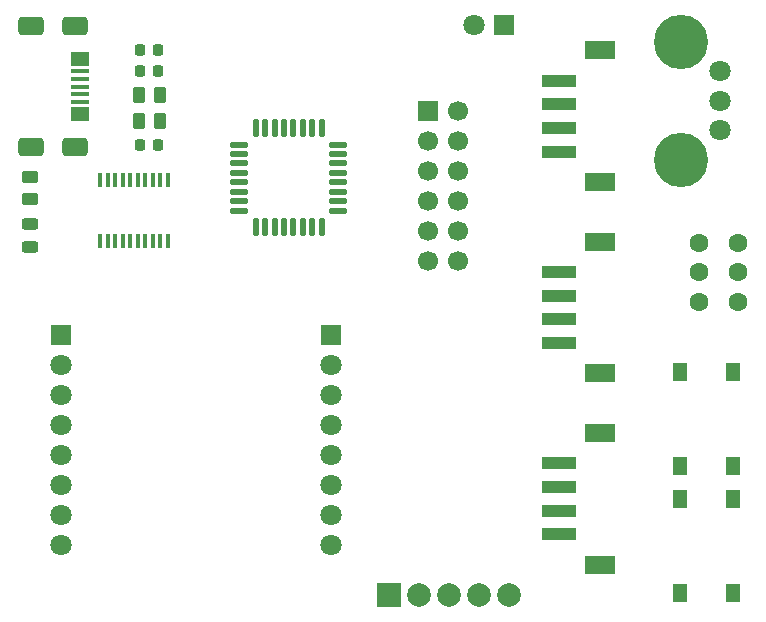
<source format=gbr>
%TF.GenerationSoftware,KiCad,Pcbnew,9.0.4*%
%TF.CreationDate,2025-09-01T15:43:59+02:00*%
%TF.ProjectId,Cours_Univ_2025_v1,436f7572-735f-4556-9e69-765f32303235,rev?*%
%TF.SameCoordinates,PX2faf080PY632ea00*%
%TF.FileFunction,Soldermask,Top*%
%TF.FilePolarity,Negative*%
%FSLAX46Y46*%
G04 Gerber Fmt 4.6, Leading zero omitted, Abs format (unit mm)*
G04 Created by KiCad (PCBNEW 9.0.4) date 2025-09-01 15:43:59*
%MOMM*%
%LPD*%
G01*
G04 APERTURE LIST*
G04 Aperture macros list*
%AMRoundRect*
0 Rectangle with rounded corners*
0 $1 Rounding radius*
0 $2 $3 $4 $5 $6 $7 $8 $9 X,Y pos of 4 corners*
0 Add a 4 corners polygon primitive as box body*
4,1,4,$2,$3,$4,$5,$6,$7,$8,$9,$2,$3,0*
0 Add four circle primitives for the rounded corners*
1,1,$1+$1,$2,$3*
1,1,$1+$1,$4,$5*
1,1,$1+$1,$6,$7*
1,1,$1+$1,$8,$9*
0 Add four rect primitives between the rounded corners*
20,1,$1+$1,$2,$3,$4,$5,0*
20,1,$1+$1,$4,$5,$6,$7,0*
20,1,$1+$1,$6,$7,$8,$9,0*
20,1,$1+$1,$8,$9,$2,$3,0*%
G04 Aperture macros list end*
%ADD10R,1.500000X0.400000*%
%ADD11RoundRect,0.400000X-0.700000X0.400000X-0.700000X-0.400000X0.700000X-0.400000X0.700000X0.400000X0*%
%ADD12R,1.500000X1.150000*%
%ADD13C,1.700000*%
%ADD14R,1.700000X1.700000*%
%ADD15RoundRect,0.125000X-0.125000X0.625000X-0.125000X-0.625000X0.125000X-0.625000X0.125000X0.625000X0*%
%ADD16RoundRect,0.125000X-0.625000X0.125000X-0.625000X-0.125000X0.625000X-0.125000X0.625000X0.125000X0*%
%ADD17R,1.800000X1.800000*%
%ADD18C,1.800000*%
%ADD19R,2.600000X1.550000*%
%ADD20R,3.000000X1.000000*%
%ADD21RoundRect,0.243750X-0.456250X0.243750X-0.456250X-0.243750X0.456250X-0.243750X0.456250X0.243750X0*%
%ADD22RoundRect,0.250000X0.450000X-0.262500X0.450000X0.262500X-0.450000X0.262500X-0.450000X-0.262500X0*%
%ADD23RoundRect,0.250000X0.262500X0.450000X-0.262500X0.450000X-0.262500X-0.450000X0.262500X-0.450000X0*%
%ADD24RoundRect,0.225000X0.225000X0.250000X-0.225000X0.250000X-0.225000X-0.250000X0.225000X-0.250000X0*%
%ADD25RoundRect,0.225000X-0.225000X-0.250000X0.225000X-0.250000X0.225000X0.250000X-0.225000X0.250000X0*%
%ADD26R,1.300000X1.550000*%
%ADD27C,1.600000*%
%ADD28R,2.000000X2.000000*%
%ADD29C,2.000000*%
%ADD30C,4.600000*%
%ADD31R,0.400000X1.200000*%
G04 APERTURE END LIST*
D10*
%TO.C,X1*%
X5600000Y46300000D03*
X5600000Y45650000D03*
X5600000Y45000000D03*
X5600000Y44350000D03*
D11*
X5200000Y50100000D03*
X1500000Y50100000D03*
D12*
X5600000Y47325000D03*
D10*
X5600000Y43700000D03*
D12*
X5600000Y42675000D03*
D11*
X5200000Y39900000D03*
X1500000Y39900000D03*
%TD*%
D13*
%TO.C,J2*%
X37640000Y30200000D03*
X35100000Y30200000D03*
X37640000Y32740000D03*
X35100000Y32740000D03*
X37640000Y35280000D03*
X35100000Y35280000D03*
X37640000Y37820000D03*
X35100000Y37820000D03*
X37640000Y40360000D03*
X35100000Y40360000D03*
X37640000Y42900000D03*
D14*
X35100000Y42900000D03*
%TD*%
D15*
%TO.C,U1*%
X26100000Y41475000D03*
X25300000Y41475000D03*
X24500000Y41475000D03*
X23700000Y41475000D03*
X22900000Y41475000D03*
X22100000Y41475000D03*
X21300000Y41475000D03*
X20500000Y41475000D03*
D16*
X19125000Y40100000D03*
X19125000Y39300000D03*
X19125000Y38500000D03*
X19125000Y37700000D03*
X19125000Y36900000D03*
X19125000Y36100000D03*
X19125000Y35300000D03*
X19125000Y34500000D03*
D15*
X20500000Y33125000D03*
X21300000Y33125000D03*
X22100000Y33125000D03*
X22900000Y33125000D03*
X23700000Y33125000D03*
X24500000Y33125000D03*
X25300000Y33125000D03*
X26100000Y33125000D03*
D16*
X27475000Y34500000D03*
X27475000Y35300000D03*
X27475000Y36100000D03*
X27475000Y36900000D03*
X27475000Y37700000D03*
X27475000Y38500000D03*
X27475000Y39300000D03*
X27475000Y40100000D03*
%TD*%
D17*
%TO.C,CON1*%
X4000000Y24000000D03*
D18*
X4000000Y21460000D03*
X4000000Y18920000D03*
X4000000Y16380000D03*
X4000000Y13840000D03*
X4000000Y11300000D03*
X4000000Y8760000D03*
X4000000Y6220000D03*
X26860000Y6220000D03*
X26860000Y8760000D03*
X26860000Y11300000D03*
X26860000Y13840000D03*
X26860000Y16380000D03*
X26860000Y18920000D03*
X26860000Y21460000D03*
D17*
X26860000Y24000000D03*
%TD*%
%TO.C,D3/PB1*%
X41500000Y50200000D03*
D18*
X38960000Y50200000D03*
%TD*%
D19*
%TO.C,I2C*%
X49689160Y4525000D03*
X49689160Y15675000D03*
D20*
X46200000Y7100000D03*
X46200000Y9100000D03*
X46200000Y11100000D03*
X46200000Y13100000D03*
%TD*%
D19*
%TO.C,UART1*%
X49689160Y20725000D03*
X49689160Y31875000D03*
D20*
X46200000Y23300000D03*
X46200000Y25300000D03*
X46200000Y27300000D03*
X46200000Y29300000D03*
%TD*%
D21*
%TO.C,D1*%
X1400000Y33337500D03*
X1400000Y31462500D03*
%TD*%
D22*
%TO.C,R3*%
X1400000Y35487500D03*
X1400000Y37312500D03*
%TD*%
D23*
%TO.C,R1*%
X12412500Y44300000D03*
X10587500Y44300000D03*
%TD*%
%TO.C,R2*%
X12412500Y42100000D03*
X10587500Y42100000D03*
%TD*%
D24*
%TO.C,C2*%
X12275000Y40100000D03*
X10725000Y40100000D03*
%TD*%
D25*
%TO.C,C1*%
X10725000Y46300000D03*
X12275000Y46300000D03*
%TD*%
D26*
%TO.C,BP/PA8*%
X56450000Y12925000D03*
X56450000Y20875000D03*
X60950000Y12925000D03*
X60950000Y20875000D03*
%TD*%
D27*
%TO.C,BOOT0*%
X61350000Y26800000D03*
X61350000Y29300000D03*
X61350000Y31800000D03*
X58050000Y26800000D03*
X58050000Y29300000D03*
X58050000Y31800000D03*
%TD*%
D26*
%TO.C,RESET*%
X60950000Y10075000D03*
X60950000Y2125000D03*
X56450000Y10075000D03*
X56450000Y2125000D03*
%TD*%
D25*
%TO.C,C3*%
X10725000Y48100000D03*
X12275000Y48100000D03*
%TD*%
D20*
%TO.C,PB3/PA15*%
X46200000Y45500000D03*
X46200000Y43500000D03*
X46200000Y41500000D03*
X46200000Y39500000D03*
D19*
X49689160Y48075000D03*
X49689160Y36925000D03*
%TD*%
D28*
%TO.C,J1*%
X31750000Y1930000D03*
D29*
X34290000Y1930000D03*
X36830000Y1930000D03*
X39370000Y1930000D03*
X41910000Y1930000D03*
%TD*%
D30*
%TO.C,RV1/PB0*%
X56500000Y48800000D03*
X56500000Y38800000D03*
D18*
X59800000Y41300000D03*
X59800000Y43800000D03*
X59800000Y46300000D03*
%TD*%
D31*
%TO.C,U2*%
X7342500Y31900000D03*
X7977500Y31900000D03*
X8612500Y31900000D03*
X9247500Y31900000D03*
X9882500Y31900000D03*
X10517500Y31900000D03*
X11152500Y31900000D03*
X11787500Y31900000D03*
X12422500Y31900000D03*
X13057500Y31900000D03*
X13057500Y37100000D03*
X12422500Y37100000D03*
X11787500Y37100000D03*
X11152500Y37100000D03*
X10517500Y37100000D03*
X9882500Y37100000D03*
X9247500Y37100000D03*
X8612500Y37100000D03*
X7977500Y37100000D03*
X7342500Y37100000D03*
%TD*%
M02*

</source>
